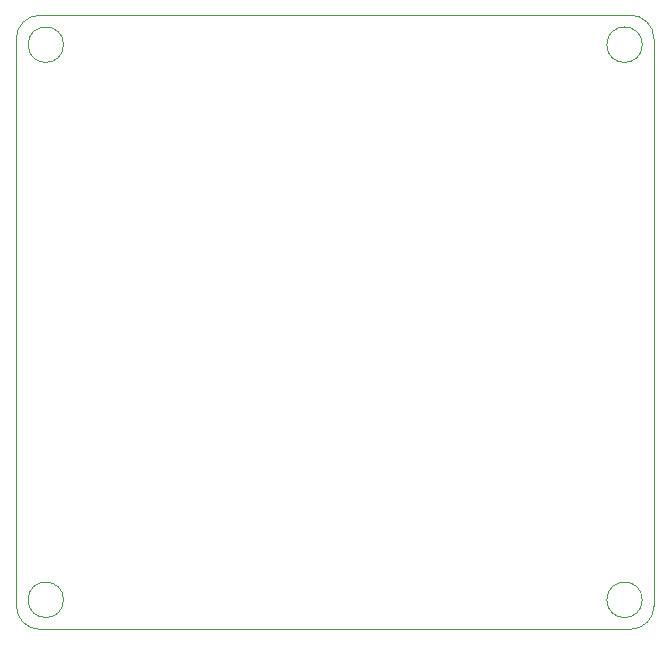
<source format=gbr>
%TF.GenerationSoftware,KiCad,Pcbnew,9.0.1-9.0.1-0~ubuntu24.04.1*%
%TF.CreationDate,2025-04-06T11:53:27+01:00*%
%TF.ProjectId,ESP32 Breakout Board,45535033-3220-4427-9265-616b6f757420,rev?*%
%TF.SameCoordinates,Original*%
%TF.FileFunction,Profile,NP*%
%FSLAX46Y46*%
G04 Gerber Fmt 4.6, Leading zero omitted, Abs format (unit mm)*
G04 Created by KiCad (PCBNEW 9.0.1-9.0.1-0~ubuntu24.04.1) date 2025-04-06 11:53:27*
%MOMM*%
%LPD*%
G01*
G04 APERTURE LIST*
%TA.AperFunction,Profile*%
%ADD10C,0.050000*%
%TD*%
G04 APERTURE END LIST*
D10*
X178500000Y-123500000D02*
X128500000Y-123500000D01*
X128500000Y-71500000D02*
X178500000Y-71500000D01*
X179500000Y-74000000D02*
G75*
G02*
X176500000Y-74000000I-1500000J0D01*
G01*
X176500000Y-74000000D02*
G75*
G02*
X179500000Y-74000000I1500000J0D01*
G01*
X128500000Y-123500000D02*
G75*
G02*
X126500000Y-121500000I0J2000000D01*
G01*
X180500000Y-121500000D02*
G75*
G02*
X178500000Y-123500000I-2000000J0D01*
G01*
X178500000Y-71500000D02*
G75*
G02*
X180500000Y-73500000I0J-2000000D01*
G01*
X126500000Y-73500000D02*
G75*
G02*
X128500000Y-71500000I2000000J0D01*
G01*
X180500000Y-73500000D02*
X180500000Y-121500000D01*
X130500000Y-74000000D02*
G75*
G02*
X127500000Y-74000000I-1500000J0D01*
G01*
X127500000Y-74000000D02*
G75*
G02*
X130500000Y-74000000I1500000J0D01*
G01*
X179500000Y-121000000D02*
G75*
G02*
X176500000Y-121000000I-1500000J0D01*
G01*
X176500000Y-121000000D02*
G75*
G02*
X179500000Y-121000000I1500000J0D01*
G01*
X126500000Y-121500000D02*
X126500000Y-73500000D01*
X130500000Y-121000000D02*
G75*
G02*
X127500000Y-121000000I-1500000J0D01*
G01*
X127500000Y-121000000D02*
G75*
G02*
X130500000Y-121000000I1500000J0D01*
G01*
M02*

</source>
